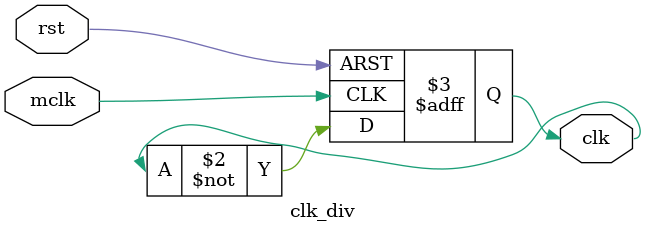
<source format=v>
`timescale 1ns / 1ps
module clk_div
    (
     input mclk,
	  input rst,
	  output clk
	 );
	 
   reg clk;
   
	always@(posedge mclk or posedge rst)
	  if (rst)
	      clk <= 0;
	  else
	      clk <= ~clk;

endmodule


</source>
